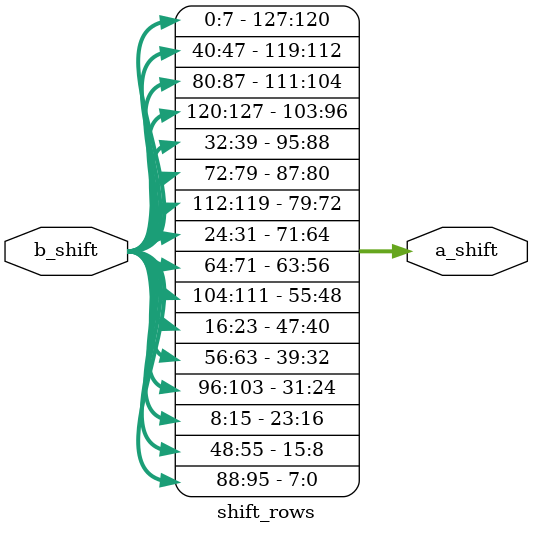
<source format=v>
`timescale 1ns / 1ps
module shift_rows(b_shift,a_shift);
input [0:127] b_shift;
output [0:127] a_shift;

assign a_shift[0:7]   = b_shift[0:7]   ;//0 
assign a_shift[8:15] = b_shift[40:47];//1
assign a_shift[16:23] = b_shift[80:87];//2
assign a_shift[24:31] = b_shift[120:127];//3

assign a_shift[32:39] = b_shift[32:39];//4
assign a_shift[40:47] = b_shift[72:79];//5
assign a_shift[48:55] = b_shift[112:119];//6
assign a_shift[56:63] = b_shift[24:31];//7

assign a_shift[64:71] = b_shift[64:71];//8
assign a_shift[72:79] = b_shift[104:111];//9
assign a_shift[80:87] = b_shift[16:23];//10
assign a_shift[88:95] = b_shift[56:63];//11

assign a_shift[96:103] = b_shift[96:103];//12
assign a_shift[104:111] = b_shift[8:15];//13s
assign a_shift[112:119] = b_shift[48:55];//14
assign a_shift[120:127] = b_shift[88:95];//15

endmodule





</source>
